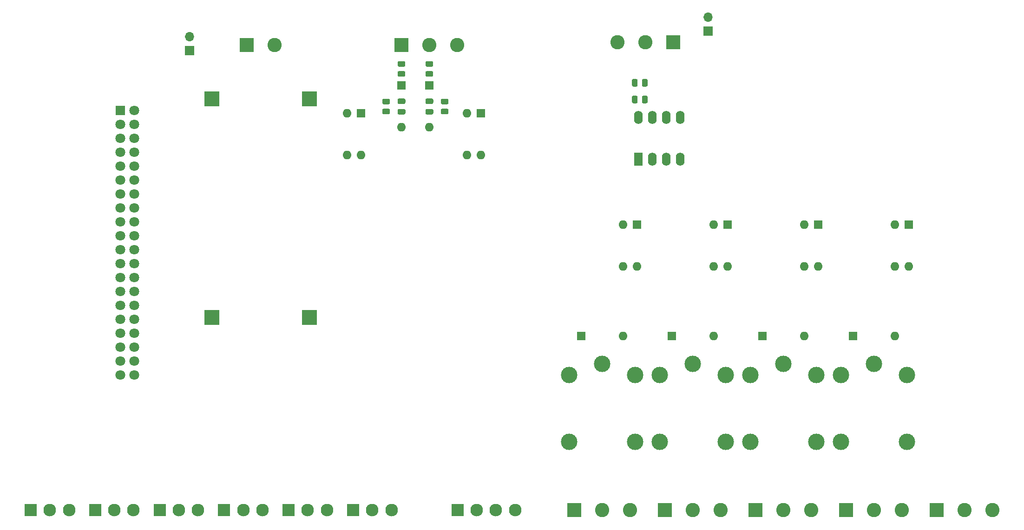
<source format=gbr>
%TF.GenerationSoftware,KiCad,Pcbnew,(5.1.10)-1*%
%TF.CreationDate,2021-11-14T18:54:03+01:00*%
%TF.ProjectId,RPi_ControllerBoard,5250695f-436f-46e7-9472-6f6c6c657242,01*%
%TF.SameCoordinates,Original*%
%TF.FileFunction,Soldermask,Bot*%
%TF.FilePolarity,Negative*%
%FSLAX46Y46*%
G04 Gerber Fmt 4.6, Leading zero omitted, Abs format (unit mm)*
G04 Created by KiCad (PCBNEW (5.1.10)-1) date 2021-11-14 18:54:03*
%MOMM*%
%LPD*%
G01*
G04 APERTURE LIST*
%ADD10O,1.600000X1.600000*%
%ADD11R,1.600000X1.600000*%
%ADD12R,2.600000X2.600000*%
%ADD13C,2.600000*%
%ADD14C,2.300000*%
%ADD15R,2.300000X2.300000*%
%ADD16R,1.700000X1.700000*%
%ADD17O,1.700000X1.700000*%
%ADD18C,3.000000*%
%ADD19R,2.800000X2.800000*%
%ADD20R,1.800000X1.800000*%
%ADD21C,1.800000*%
%ADD22R,1.600000X2.400000*%
%ADD23O,1.600000X2.400000*%
G04 APERTURE END LIST*
%TO.C,C2*%
G36*
G01*
X132809000Y-64320000D02*
X131859000Y-64320000D01*
G75*
G02*
X131609000Y-64070000I0J250000D01*
G01*
X131609000Y-63570000D01*
G75*
G02*
X131859000Y-63320000I250000J0D01*
G01*
X132809000Y-63320000D01*
G75*
G02*
X133059000Y-63570000I0J-250000D01*
G01*
X133059000Y-64070000D01*
G75*
G02*
X132809000Y-64320000I-250000J0D01*
G01*
G37*
G36*
G01*
X132809000Y-66220000D02*
X131859000Y-66220000D01*
G75*
G02*
X131609000Y-65970000I0J250000D01*
G01*
X131609000Y-65470000D01*
G75*
G02*
X131859000Y-65220000I250000J0D01*
G01*
X132809000Y-65220000D01*
G75*
G02*
X133059000Y-65470000I0J-250000D01*
G01*
X133059000Y-65970000D01*
G75*
G02*
X132809000Y-66220000I-250000J0D01*
G01*
G37*
%TD*%
%TO.C,C4*%
G36*
G01*
X137889000Y-66220000D02*
X136939000Y-66220000D01*
G75*
G02*
X136689000Y-65970000I0J250000D01*
G01*
X136689000Y-65470000D01*
G75*
G02*
X136939000Y-65220000I250000J0D01*
G01*
X137889000Y-65220000D01*
G75*
G02*
X138139000Y-65470000I0J-250000D01*
G01*
X138139000Y-65970000D01*
G75*
G02*
X137889000Y-66220000I-250000J0D01*
G01*
G37*
G36*
G01*
X137889000Y-64320000D02*
X136939000Y-64320000D01*
G75*
G02*
X136689000Y-64070000I0J250000D01*
G01*
X136689000Y-63570000D01*
G75*
G02*
X136939000Y-63320000I250000J0D01*
G01*
X137889000Y-63320000D01*
G75*
G02*
X138139000Y-63570000I0J-250000D01*
G01*
X138139000Y-64070000D01*
G75*
G02*
X137889000Y-64320000I-250000J0D01*
G01*
G37*
%TD*%
D10*
%TO.C,D2*%
X132334000Y-68580000D03*
D11*
X132334000Y-60960000D03*
%TD*%
%TO.C,D3*%
X137414000Y-60960000D03*
D10*
X137414000Y-68580000D03*
%TD*%
D11*
%TO.C,D10*%
X165100000Y-106680000D03*
D10*
X172720000Y-106680000D03*
%TD*%
%TO.C,D11*%
X189230000Y-106680000D03*
D11*
X181610000Y-106680000D03*
%TD*%
D10*
%TO.C,D12*%
X205740000Y-106680000D03*
D11*
X198120000Y-106680000D03*
%TD*%
%TO.C,D13*%
X214630000Y-106680000D03*
D10*
X222250000Y-106680000D03*
%TD*%
D12*
%TO.C,J1*%
X104140000Y-53594000D03*
D13*
X109220000Y-53594000D03*
%TD*%
D14*
%TO.C,J2*%
X71770000Y-138430000D03*
X68270000Y-138430000D03*
D15*
X64770000Y-138430000D03*
%TD*%
%TO.C,J3*%
X76510000Y-138430000D03*
D14*
X80010000Y-138430000D03*
X83510000Y-138430000D03*
%TD*%
%TO.C,J4*%
X95265000Y-138430000D03*
X91765000Y-138430000D03*
D15*
X88265000Y-138430000D03*
%TD*%
%TO.C,J5*%
X100005000Y-138430000D03*
D14*
X103505000Y-138430000D03*
X107005000Y-138430000D03*
%TD*%
D15*
%TO.C,J6*%
X111760000Y-138430000D03*
D14*
X115260000Y-138430000D03*
X118760000Y-138430000D03*
%TD*%
D12*
%TO.C,J7*%
X132334000Y-53594000D03*
D13*
X137414000Y-53594000D03*
X142494000Y-53594000D03*
%TD*%
D14*
%TO.C,J8*%
X130525000Y-138430000D03*
X127025000Y-138430000D03*
D15*
X123525000Y-138430000D03*
%TD*%
D16*
%TO.C,J9*%
X93726000Y-54610000D03*
D17*
X93726000Y-52070000D03*
%TD*%
D15*
%TO.C,J10*%
X142550000Y-138430000D03*
D14*
X146050000Y-138430000D03*
X149550000Y-138430000D03*
X153050000Y-138430000D03*
%TD*%
D13*
%TO.C,J11*%
X173990000Y-138430000D03*
X168910000Y-138430000D03*
D12*
X163830000Y-138430000D03*
%TD*%
%TO.C,J12*%
X180340000Y-138430000D03*
D13*
X185420000Y-138430000D03*
X190500000Y-138430000D03*
%TD*%
%TO.C,J13*%
X207010000Y-138430000D03*
X201930000Y-138430000D03*
D12*
X196850000Y-138430000D03*
%TD*%
%TO.C,J14*%
X213360000Y-138430000D03*
D13*
X218440000Y-138430000D03*
X223520000Y-138430000D03*
%TD*%
%TO.C,J15*%
X240030000Y-138430000D03*
X234950000Y-138430000D03*
D12*
X229870000Y-138430000D03*
%TD*%
D18*
%TO.C,K1*%
X168910000Y-111760000D03*
X174910000Y-113760000D03*
X174910000Y-125960000D03*
X162910000Y-125960000D03*
X162910000Y-113760000D03*
%TD*%
%TO.C,K2*%
X185420000Y-111760000D03*
X191420000Y-113760000D03*
X191420000Y-125960000D03*
X179420000Y-125960000D03*
X179420000Y-113760000D03*
%TD*%
%TO.C,K3*%
X195930000Y-113760000D03*
X195930000Y-125960000D03*
X207930000Y-125960000D03*
X207930000Y-113760000D03*
X201930000Y-111760000D03*
%TD*%
%TO.C,K4*%
X212440000Y-113760000D03*
X212440000Y-125960000D03*
X224440000Y-125960000D03*
X224440000Y-113760000D03*
X218440000Y-111760000D03*
%TD*%
%TO.C,R3*%
G36*
G01*
X132784001Y-57512000D02*
X131883999Y-57512000D01*
G75*
G02*
X131634000Y-57262001I0J249999D01*
G01*
X131634000Y-56736999D01*
G75*
G02*
X131883999Y-56487000I249999J0D01*
G01*
X132784001Y-56487000D01*
G75*
G02*
X133034000Y-56736999I0J-249999D01*
G01*
X133034000Y-57262001D01*
G75*
G02*
X132784001Y-57512000I-249999J0D01*
G01*
G37*
G36*
G01*
X132784001Y-59337000D02*
X131883999Y-59337000D01*
G75*
G02*
X131634000Y-59087001I0J249999D01*
G01*
X131634000Y-58561999D01*
G75*
G02*
X131883999Y-58312000I249999J0D01*
G01*
X132784001Y-58312000D01*
G75*
G02*
X133034000Y-58561999I0J-249999D01*
G01*
X133034000Y-59087001D01*
G75*
G02*
X132784001Y-59337000I-249999J0D01*
G01*
G37*
%TD*%
%TO.C,R4*%
G36*
G01*
X137864001Y-59337000D02*
X136963999Y-59337000D01*
G75*
G02*
X136714000Y-59087001I0J249999D01*
G01*
X136714000Y-58561999D01*
G75*
G02*
X136963999Y-58312000I249999J0D01*
G01*
X137864001Y-58312000D01*
G75*
G02*
X138114000Y-58561999I0J-249999D01*
G01*
X138114000Y-59087001D01*
G75*
G02*
X137864001Y-59337000I-249999J0D01*
G01*
G37*
G36*
G01*
X137864001Y-57512000D02*
X136963999Y-57512000D01*
G75*
G02*
X136714000Y-57262001I0J249999D01*
G01*
X136714000Y-56736999D01*
G75*
G02*
X136963999Y-56487000I249999J0D01*
G01*
X137864001Y-56487000D01*
G75*
G02*
X138114000Y-56736999I0J-249999D01*
G01*
X138114000Y-57262001D01*
G75*
G02*
X137864001Y-57512000I-249999J0D01*
G01*
G37*
%TD*%
%TO.C,R7*%
G36*
G01*
X129089999Y-63345000D02*
X129990001Y-63345000D01*
G75*
G02*
X130240000Y-63594999I0J-249999D01*
G01*
X130240000Y-64120001D01*
G75*
G02*
X129990001Y-64370000I-249999J0D01*
G01*
X129089999Y-64370000D01*
G75*
G02*
X128840000Y-64120001I0J249999D01*
G01*
X128840000Y-63594999D01*
G75*
G02*
X129089999Y-63345000I249999J0D01*
G01*
G37*
G36*
G01*
X129089999Y-65170000D02*
X129990001Y-65170000D01*
G75*
G02*
X130240000Y-65419999I0J-249999D01*
G01*
X130240000Y-65945001D01*
G75*
G02*
X129990001Y-66195000I-249999J0D01*
G01*
X129089999Y-66195000D01*
G75*
G02*
X128840000Y-65945001I0J249999D01*
G01*
X128840000Y-65419999D01*
G75*
G02*
X129089999Y-65170000I249999J0D01*
G01*
G37*
%TD*%
%TO.C,R8*%
G36*
G01*
X139757999Y-65170000D02*
X140658001Y-65170000D01*
G75*
G02*
X140908000Y-65419999I0J-249999D01*
G01*
X140908000Y-65945001D01*
G75*
G02*
X140658001Y-66195000I-249999J0D01*
G01*
X139757999Y-66195000D01*
G75*
G02*
X139508000Y-65945001I0J249999D01*
G01*
X139508000Y-65419999D01*
G75*
G02*
X139757999Y-65170000I249999J0D01*
G01*
G37*
G36*
G01*
X139757999Y-63345000D02*
X140658001Y-63345000D01*
G75*
G02*
X140908000Y-63594999I0J-249999D01*
G01*
X140908000Y-64120001D01*
G75*
G02*
X140658001Y-64370000I-249999J0D01*
G01*
X139757999Y-64370000D01*
G75*
G02*
X139508000Y-64120001I0J249999D01*
G01*
X139508000Y-63594999D01*
G75*
G02*
X139757999Y-63345000I249999J0D01*
G01*
G37*
%TD*%
D19*
%TO.C,U1*%
X115570000Y-63362000D03*
X97790000Y-63362000D03*
X115570000Y-103262000D03*
X97790000Y-103262000D03*
%TD*%
D20*
%TO.C,U2*%
X81110000Y-65520000D03*
D21*
X83650000Y-65520000D03*
X81110000Y-68060000D03*
X83650000Y-68060000D03*
X81110000Y-70600000D03*
X83650000Y-70600000D03*
X81110000Y-73140000D03*
X83650000Y-73140000D03*
X81110000Y-75680000D03*
X83650000Y-75680000D03*
X81110000Y-78220000D03*
X83650000Y-78220000D03*
X81110000Y-80760000D03*
X83650000Y-80760000D03*
X81110000Y-83300000D03*
X83650000Y-83300000D03*
X81110000Y-85840000D03*
X83650000Y-85840000D03*
X81110000Y-88380000D03*
X83650000Y-88380000D03*
X81110000Y-90920000D03*
X83650000Y-90920000D03*
X81110000Y-93460000D03*
X83650000Y-93460000D03*
X81110000Y-96000000D03*
X83650000Y-96000000D03*
X81110000Y-98540000D03*
X83650000Y-98540000D03*
X81110000Y-101080000D03*
X83650000Y-101080000D03*
X81110000Y-103620000D03*
X83650000Y-103620000D03*
X81110000Y-106160000D03*
X83650000Y-106160000D03*
X81110000Y-108700000D03*
X83650000Y-108700000D03*
X81110000Y-111240000D03*
X83650000Y-111240000D03*
X81110000Y-113780000D03*
X83650000Y-113780000D03*
%TD*%
D10*
%TO.C,U3*%
X124968000Y-73660000D03*
X122428000Y-66040000D03*
X122428000Y-73660000D03*
D11*
X124968000Y-66040000D03*
%TD*%
%TO.C,U4*%
X146812000Y-66040000D03*
D10*
X144272000Y-73660000D03*
X144272000Y-66040000D03*
X146812000Y-73660000D03*
%TD*%
D11*
%TO.C,U5*%
X175260000Y-86360000D03*
D10*
X172720000Y-93980000D03*
X172720000Y-86360000D03*
X175260000Y-93980000D03*
%TD*%
%TO.C,U6*%
X191770000Y-93980000D03*
X189230000Y-86360000D03*
X189230000Y-93980000D03*
D11*
X191770000Y-86360000D03*
%TD*%
D10*
%TO.C,U7*%
X208280000Y-93980000D03*
X205740000Y-86360000D03*
X205740000Y-93980000D03*
D11*
X208280000Y-86360000D03*
%TD*%
%TO.C,U8*%
X224790000Y-86360000D03*
D10*
X222250000Y-93980000D03*
X222250000Y-86360000D03*
X224790000Y-93980000D03*
%TD*%
D16*
%TO.C,J16*%
X188214000Y-51054000D03*
D17*
X188214000Y-48514000D03*
%TD*%
D12*
%TO.C,J17*%
X181864000Y-53086000D03*
D13*
X176784000Y-53086000D03*
X171704000Y-53086000D03*
%TD*%
%TO.C,R6*%
G36*
G01*
X174343000Y-60902001D02*
X174343000Y-60001999D01*
G75*
G02*
X174592999Y-59752000I249999J0D01*
G01*
X175118001Y-59752000D01*
G75*
G02*
X175368000Y-60001999I0J-249999D01*
G01*
X175368000Y-60902001D01*
G75*
G02*
X175118001Y-61152000I-249999J0D01*
G01*
X174592999Y-61152000D01*
G75*
G02*
X174343000Y-60902001I0J249999D01*
G01*
G37*
G36*
G01*
X176168000Y-60902001D02*
X176168000Y-60001999D01*
G75*
G02*
X176417999Y-59752000I249999J0D01*
G01*
X176943001Y-59752000D01*
G75*
G02*
X177193000Y-60001999I0J-249999D01*
G01*
X177193000Y-60902001D01*
G75*
G02*
X176943001Y-61152000I-249999J0D01*
G01*
X176417999Y-61152000D01*
G75*
G02*
X176168000Y-60902001I0J249999D01*
G01*
G37*
%TD*%
%TO.C,R10*%
G36*
G01*
X175368000Y-63049999D02*
X175368000Y-63950001D01*
G75*
G02*
X175118001Y-64200000I-249999J0D01*
G01*
X174592999Y-64200000D01*
G75*
G02*
X174343000Y-63950001I0J249999D01*
G01*
X174343000Y-63049999D01*
G75*
G02*
X174592999Y-62800000I249999J0D01*
G01*
X175118001Y-62800000D01*
G75*
G02*
X175368000Y-63049999I0J-249999D01*
G01*
G37*
G36*
G01*
X177193000Y-63049999D02*
X177193000Y-63950001D01*
G75*
G02*
X176943001Y-64200000I-249999J0D01*
G01*
X176417999Y-64200000D01*
G75*
G02*
X176168000Y-63950001I0J249999D01*
G01*
X176168000Y-63049999D01*
G75*
G02*
X176417999Y-62800000I249999J0D01*
G01*
X176943001Y-62800000D01*
G75*
G02*
X177193000Y-63049999I0J-249999D01*
G01*
G37*
%TD*%
D22*
%TO.C,U9*%
X175514000Y-74422000D03*
D23*
X183134000Y-66802000D03*
X178054000Y-74422000D03*
X180594000Y-66802000D03*
X180594000Y-74422000D03*
X178054000Y-66802000D03*
X183134000Y-74422000D03*
X175514000Y-66802000D03*
%TD*%
M02*

</source>
